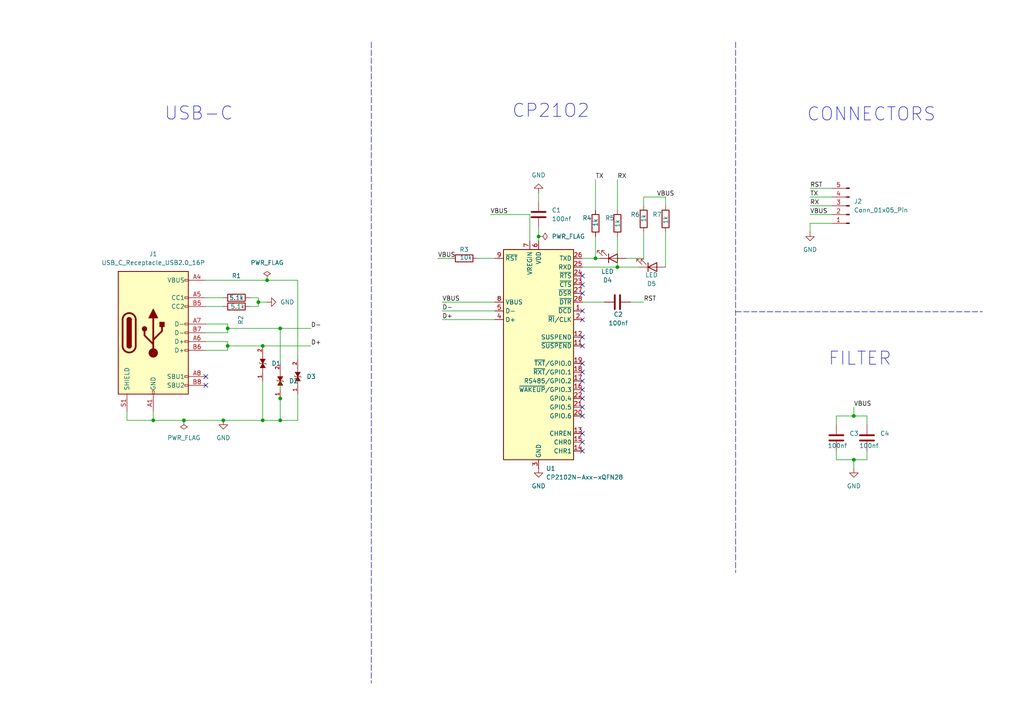
<source format=kicad_sch>
(kicad_sch (version 20250114) (generator "eeschema") (generator_version "9.0")
  (paper "A4")
  (title_block (title "USB TO UART - CP2102") (date "2025-06-22") (rev "V0"))
  (lib_symbols
    (symbol "Connector:Conn_01x05_Pin" (pin_names (offset 1.016) (hide yes))
      (property "Reference" "J" (at 0 7.62 0))
      (property "Value" "Conn_01x05_Pin" (at 0 -7.62 0))
      (symbol "Conn_01x05_Pin_1_1"
        (rectangle (start 0.8636 5.207) (end 0 4.953) (stroke (width 0.1524)) (fill (type outline)))
        (rectangle (start 0.8636 2.667) (end 0 2.413) (stroke (width 0.1524)) (fill (type outline)))
        (rectangle (start 0.8636 0.127) (end 0 -0.127) (stroke (width 0.1524)) (fill (type outline)))
        (rectangle (start 0.8636 -2.413) (end 0 -2.667) (stroke (width 0.1524)) (fill (type outline)))
        (rectangle (start 0.8636 -4.953) (end 0 -5.207) (stroke (width 0.1524)) (fill (type outline)))
        (polyline (pts (xy 1.27 5.08) (xy 0.8636 5.08)) (stroke (width 0.1524)))
        (polyline (pts (xy 1.27 2.54) (xy 0.8636 2.54)) (stroke (width 0.1524)))
        (polyline (pts (xy 1.27 0) (xy 0.8636 0)) (stroke (width 0.1524)))
        (polyline (pts (xy 1.27 -2.54) (xy 0.8636 -2.54)) (stroke (width 0.1524)))
        (polyline (pts (xy 1.27 -5.08) (xy 0.8636 -5.08)) (stroke (width 0.1524)))
        (pin passive line (at 5.08 5.08 180) (length 3.81) (name "Pin_1") (number "1"))
        (pin passive line (at 5.08 2.54 180) (length 3.81) (name "Pin_2") (number "2"))
        (pin passive line (at 5.08 0 180) (length 3.81) (name "Pin_3") (number "3"))
        (pin passive line (at 5.08 -2.54 180) (length 3.81) (name "Pin_4") (number "4"))
        (pin passive line (at 5.08 -5.08 180) (length 3.81) (name "Pin_5") (number "5"))
      )
    )
    (symbol "Connector:USB_C_Receptacle_USB2.0_16P" (pin_names (offset 1.016))
      (property "Reference" "J" (at 0 22.225 0))
      (property "Value" "USB_C_Receptacle_USB2.0_16P" (at 0 19.685 0))
      (symbol "USB_C_Receptacle_USB2.0_16P_0_0"
        (rectangle (start -0.254 -17.78) (end 0.254 -16.764))
        (rectangle (start 10.16 15.494) (end 9.144 14.986))
        (rectangle (start 10.16 10.414) (end 9.144 9.906))
        (rectangle (start 10.16 7.874) (end 9.144 7.366))
        (rectangle (start 10.16 2.794) (end 9.144 2.286))
        (rectangle (start 10.16 0.254) (end 9.144 -0.254))
        (rectangle (start 10.16 -2.286) (end 9.144 -2.794))
        (rectangle (start 10.16 -4.826) (end 9.144 -5.334))
        (rectangle (start 10.16 -12.446) (end 9.144 -12.954))
        (rectangle (start 10.16 -14.986) (end 9.144 -15.494))
      )
      (symbol "USB_C_Receptacle_USB2.0_16P_0_1"
        (rectangle (start -10.16 17.78) (end 10.16 -17.78) (stroke (width 0.254)) (fill (type background)))
        (polyline (pts (xy -8.89 -3.81) (xy -8.89 3.81)) (stroke (width 0.508)))
        (rectangle (start -7.62 -3.81) (end -6.35 3.81) (stroke (width 0.254)) (fill (type outline)))
        (arc (start -7.62 3.81) (mid -6.985 4.4423) (end -6.35 3.81) (stroke (width 0.254)))
        (arc (start -7.62 3.81) (mid -6.985 4.4423) (end -6.35 3.81) (stroke (width 0.254)) (fill (type outline)))
        (arc (start -8.89 3.81) (mid -6.985 5.7067) (end -5.08 3.81) (stroke (width 0.508)))
        (arc (start -5.08 -3.81) (mid -6.985 -5.7067) (end -8.89 -3.81) (stroke (width 0.508)))
        (arc (start -6.35 -3.81) (mid -6.985 -4.4423) (end -7.62 -3.81) (stroke (width 0.254)))
        (arc (start -6.35 -3.81) (mid -6.985 -4.4423) (end -7.62 -3.81) (stroke (width 0.254)) (fill (type outline)))
        (polyline (pts (xy -5.08 3.81) (xy -5.08 -3.81)) (stroke (width 0.508)))
        (circle (center -2.54 1.143) (radius 0.635) (stroke (width 0.254)) (fill (type outline)))
        (polyline (pts (xy -1.27 4.318) (xy 0 6.858) (xy 1.27 4.318) (xy -1.27 4.318)) (stroke (width 0.254)) (fill (type outline)))
        (polyline (pts (xy 0 -2.032) (xy 2.54 0.508) (xy 2.54 1.778)) (stroke (width 0.508)))
        (polyline (pts (xy 0 -3.302) (xy -2.54 -0.762) (xy -2.54 0.508)) (stroke (width 0.508)))
        (polyline (pts (xy 0 -5.842) (xy 0 4.318)) (stroke (width 0.508)))
        (circle (center 0 -5.842) (radius 1.27) (fill (type outline)))
        (rectangle (start 1.905 1.778) (end 3.175 3.048) (stroke (width 0.254)) (fill (type outline)))
      )
      (symbol "USB_C_Receptacle_USB2.0_16P_1_1"
        (pin passive line (at -7.62 -22.86 90) (length 5.08) (name "SHIELD") (number "S1"))
        (pin passive line (at 0 -22.86 90) (length 5.08) (name "GND") (number "A1"))
        (pin passive line (at 0 -22.86 90) (length 5.08) (hide yes) (name "GND") (number "A12"))
        (pin passive line (at 0 -22.86 90) (length 5.08) (hide yes) (name "GND") (number "B1"))
        (pin passive line (at 0 -22.86 90) (length 5.08) (hide yes) (name "GND") (number "B12"))
        (pin passive line (at 15.24 15.24 180) (length 5.08) (name "VBUS") (number "A4"))
        (pin passive line (at 15.24 15.24 180) (length 5.08) (hide yes) (name "VBUS") (number "A9"))
        (pin passive line (at 15.24 15.24 180) (length 5.08) (hide yes) (name "VBUS") (number "B4"))
        (pin passive line (at 15.24 15.24 180) (length 5.08) (hide yes) (name "VBUS") (number "B9"))
        (pin bidirectional line (at 15.24 10.16 180) (length 5.08) (name "CC1") (number "A5"))
        (pin bidirectional line (at 15.24 7.62 180) (length 5.08) (name "CC2") (number "B5"))
        (pin bidirectional line (at 15.24 2.54 180) (length 5.08) (name "D-") (number "A7"))
        (pin bidirectional line (at 15.24 0 180) (length 5.08) (name "D-") (number "B7"))
        (pin bidirectional line (at 15.24 -2.54 180) (length 5.08) (name "D+") (number "A6"))
        (pin bidirectional line (at 15.24 -5.08 180) (length 5.08) (name "D+") (number "B6"))
        (pin bidirectional line (at 15.24 -12.7 180) (length 5.08) (name "SBU1") (number "A8"))
        (pin bidirectional line (at 15.24 -15.24 180) (length 5.08) (name "SBU2") (number "B8"))
      )
    )
    (symbol "Device:C" (pin_numbers (hide yes)) (pin_names (offset 0.254))
      (property "Reference" "C" (at 0.635 2.54 0))
      (property "Value" "C" (at 0.635 -2.54 0))
      (symbol "C_0_1"
        (polyline (pts (xy -2.032 0.762) (xy 2.032 0.762)) (stroke (width 0.508)))
        (polyline (pts (xy -2.032 -0.762) (xy 2.032 -0.762)) (stroke (width 0.508)))
      )
      (symbol "C_1_1"
        (pin passive line (at 0 3.81 270) (length 2.794) (name "~") (number "1"))
        (pin passive line (at 0 -3.81 90) (length 2.794) (name "~") (number "2"))
      )
    )
    (symbol "Device:LED" (pin_numbers (hide yes)) (pin_names (offset 1.016) (hide yes))
      (property "Reference" "D" (at 0 2.54 0))
      (property "Value" "LED" (at 0 -2.54 0))
      (symbol "LED_0_1"
        (polyline (pts (xy -3.048 -0.762) (xy -4.572 -2.286) (xy -3.81 -2.286) (xy -4.572 -2.286) (xy -4.572 -1.524)))
        (polyline (pts (xy -1.778 -0.762) (xy -3.302 -2.286) (xy -2.54 -2.286) (xy -3.302 -2.286) (xy -3.302 -1.524)))
        (polyline (pts (xy -1.27 0) (xy 1.27 0)))
        (polyline (pts (xy -1.27 -1.27) (xy -1.27 1.27)) (stroke (width 0.254)))
        (polyline (pts (xy 1.27 -1.27) (xy 1.27 1.27) (xy -1.27 0) (xy 1.27 -1.27)) (stroke (width 0.254)))
      )
      (symbol "LED_1_1"
        (pin passive line (at -3.81 0 0) (length 2.54) (name "K") (number "1"))
        (pin passive line (at 3.81 0 180) (length 2.54) (name "A") (number "2"))
      )
    )
    (symbol "Device:R" (pin_numbers (hide yes)) (pin_names (offset 0))
      (property "Reference" "R" (at 2.032 0 90))
      (property "Value" "R" (at 0 0 90))
      (symbol "R_0_1"
        (rectangle (start -1.016 -2.54) (end 1.016 2.54) (stroke (width 0.254)))
      )
      (symbol "R_1_1"
        (pin passive line (at 0 3.81 270) (length 1.27) (name "~") (number "1"))
        (pin passive line (at 0 -3.81 90) (length 1.27) (name "~") (number "2"))
      )
    )
    (symbol "Interface_USB:CP2102N-Axx-xQFN28"
      (property "Reference" "U" (at -8.89 31.75 0))
      (property "Value" "CP2102N-Axx-xQFN28" (at 12.7 31.75 0))
      (symbol "CP2102N-Axx-xQFN28_0_1"
        (rectangle (start -10.16 30.48) (end 10.16 -30.48) (stroke (width 0.254)) (fill (type background)))
      )
      (symbol "CP2102N-Axx-xQFN28_1_1"
        (pin input line (at -12.7 27.94 0) (length 2.54) (name "~{RST}") (number "9"))
        (pin input line (at -12.7 15.24 0) (length 2.54) (name "VBUS") (number "8"))
        (pin bidirectional line (at -12.7 12.7 0) (length 2.54) (name "D-") (number "5"))
        (pin bidirectional line (at -12.7 10.16 0) (length 2.54) (name "D+") (number "4"))
        (pin no_connect line (at -10.16 -27.94 0) (length 2.54) (hide yes) (name "NC") (number "10"))
        (pin power_in line (at -2.54 33.02 270) (length 2.54) (name "VREGIN") (number "7"))
        (pin power_in line (at 0 33.02 270) (length 2.54) (name "VDD") (number "6"))
        (pin passive line (at 0 -33.02 90) (length 2.54) (hide yes) (name "GND") (number "29"))
        (pin power_in line (at 0 -33.02 90) (length 2.54) (name "GND") (number "3"))
        (pin output line (at 12.7 27.94 180) (length 2.54) (name "TXD") (number "26"))
        (pin input line (at 12.7 25.4 180) (length 2.54) (name "RXD") (number "25"))
        (pin output line (at 12.7 22.86 180) (length 2.54) (name "~{RTS}") (number "24"))
        (pin input line (at 12.7 20.32 180) (length 2.54) (name "~{CTS}") (number "23"))
        (pin input line (at 12.7 17.78 180) (length 2.54) (name "~{DSR}") (number "27"))
        (pin output line (at 12.7 15.24 180) (length 2.54) (name "~{DTR}") (number "28"))
        (pin input line (at 12.7 12.7 180) (length 2.54) (name "~{DCD}") (number "1"))
        (pin bidirectional line (at 12.7 10.16 180) (length 2.54) (name "~{RI}/CLK") (number "2"))
        (pin output line (at 12.7 5.08 180) (length 2.54) (name "SUSPEND") (number "12"))
        (pin output line (at 12.7 2.54 180) (length 2.54) (name "~{SUSPEND}") (number "11"))
        (pin bidirectional line (at 12.7 -2.54 180) (length 2.54) (name "~{TXT}/GPIO.0") (number "19"))
        (pin bidirectional line (at 12.7 -5.08 180) (length 2.54) (name "~{RXT}/GPIO.1") (number "18"))
        (pin bidirectional line (at 12.7 -7.62 180) (length 2.54) (name "RS485/GPIO.2") (number "17"))
        (pin bidirectional line (at 12.7 -10.16 180) (length 2.54) (name "~{WAKEUP}/GPIO.3") (number "16"))
        (pin bidirectional line (at 12.7 -12.7 180) (length 2.54) (name "GPIO.4") (number "22"))
        (pin bidirectional line (at 12.7 -15.24 180) (length 2.54) (name "GPIO.5") (number "21"))
        (pin bidirectional line (at 12.7 -17.78 180) (length 2.54) (name "GPIO.6") (number "20"))
        (pin output line (at 12.7 -22.86 180) (length 2.54) (name "CHREN") (number "13"))
        (pin output line (at 12.7 -25.4 180) (length 2.54) (name "CHR0") (number "15"))
        (pin output line (at 12.7 -27.94 180) (length 2.54) (name "CHR1") (number "14"))
      )
    )
    (symbol "LESD5D5.0CT1G:LESD5D5.0CT1G" (pin_names (offset 1.016))
      (property "Reference" "D" (at -5.08 2.54 0))
      (property "Value" "LESD5D5.0CT1G" (at -5.08 -5.08 0))
      (symbol "LESD5D5.0CT1G_0_0"
        (polyline (pts (xy -1.27 0) (xy -2.54 0)) (stroke (width 0.1524)))
        (polyline (pts (xy 0 0.762) (xy 0.254 1.016)) (stroke (width 0.1524)))
        (polyline (pts (xy 0 0) (xy -1.27 -0.762) (xy -1.27 0.762) (xy 0 0)) (stroke (width 0.1524)) (fill (type outline)))
        (polyline (pts (xy 0 0) (xy 1.27 0.762) (xy 1.27 -0.762) (xy 0 0)) (stroke (width 0.1524)) (fill (type outline)))
        (polyline (pts (xy 0 -0.762) (xy -0.254 -1.016)) (stroke (width 0.1524)))
        (polyline (pts (xy 0 -0.762) (xy 0 0.762)) (stroke (width 0.1524)))
        (polyline (pts (xy 1.27 0) (xy 2.54 0)) (stroke (width 0.1524)))
        (pin passive line (at -5.08 0 0) (length 2.54) (name "~") (number "1"))
        (pin passive line (at 5.08 0 180) (length 2.54) (name "~") (number "2"))
      )
    )
    (symbol "power:GND" (power) (pin_numbers (hide yes)) (pin_names (offset 0) (hide yes))
      (property "Value" "GND" (at 0 -3.81 0))
      (symbol "GND_0_1"
        (polyline (pts (xy 0 0) (xy 0 -1.27) (xy 1.27 -1.27) (xy 0 -2.54) (xy -1.27 -1.27) (xy 0 -1.27)))
      )
      (symbol "GND_1_1"
        (pin power_in line (at 0 0 270) (length 0) (name "~") (number "1"))
      )
    )
    (symbol "power:PWR_FLAG" (power) (pin_numbers (hide yes)) (pin_names (offset 0) (hide yes))
      (property "Value" "PWR_FLAG" (at 0 3.81 0))
      (symbol "PWR_FLAG_0_0"
        (pin power_out line (at 0 0 90) (length 0) (name "~") (number "1"))
      )
      (symbol "PWR_FLAG_0_1"
        (polyline (pts (xy 0 0) (xy 0 1.27) (xy -1.016 1.905) (xy 0 2.54) (xy 1.016 1.905) (xy 0 1.27)))
      )
    )
  )
  (text "FILTER\n" (at 249.428 104.14 0) (effects (font (size 3.81 3.81))))
  (text "CONNECTORS\n" (at 252.73 33.274 0) (effects (font (size 3.81 3.81))))
  (text "CP21O2" (at 159.766 32.258 0) (effects (font (size 3.81 3.81))))
  (text "USB-C\n" (at 57.658 33.02 0) (effects (font (size 3.81 3.81))))
  (junction (at 44.45 121.92))
  (junction (at 66.04 100.33))
  (junction (at 247.65 133.35))
  (junction (at 64.77 121.92))
  (junction (at 81.28 95.25))
  (junction (at 156.21 68.58))
  (junction (at 81.28 121.92))
  (junction (at 74.93 87.63))
  (junction (at 81.28 115.57))
  (junction (at 76.2 121.92))
  (junction (at 179.07 77.47))
  (junction (at 247.65 120.65))
  (junction (at 53.34 121.92))
  (junction (at 76.2 100.33))
  (junction (at 66.04 95.25))
  (junction (at 77.47 81.28))
  (junction (at 172.72 74.93))
  (no_connect (at 168.91 82.55))
  (no_connect (at 168.91 113.03))
  (no_connect (at 168.91 120.65))
  (no_connect (at 168.91 92.71))
  (no_connect (at 168.91 90.17))
  (no_connect (at 168.91 115.57))
  (no_connect (at 168.91 80.01))
  (no_connect (at 168.91 125.73))
  (no_connect (at 168.91 105.41))
  (no_connect (at 168.91 97.79))
  (no_connect (at 168.91 128.27))
  (no_connect (at 168.91 107.95))
  (no_connect (at 168.91 85.09))
  (no_connect (at 168.91 118.11))
  (no_connect (at 168.91 100.33))
  (no_connect (at 59.69 109.22))
  (no_connect (at 168.91 110.49))
  (no_connect (at 59.69 111.76))
  (no_connect (at 168.91 130.81))
  (wire (pts (xy 66.04 100.33) (xy 66.04 101.6)))
  (wire (pts (xy 234.95 64.77) (xy 241.3 64.77)))
  (wire (pts (xy 59.69 93.98) (xy 66.04 93.98)))
  (wire (pts (xy 66.04 99.06) (xy 66.04 100.33)))
  (wire (pts (xy 172.72 68.58) (xy 172.72 74.93)))
  (wire (pts (xy 53.34 121.92) (xy 44.45 121.92)))
  (wire (pts (xy 186.69 59.69) (xy 186.69 57.15)))
  (wire (pts (xy 64.77 121.92) (xy 53.34 121.92)))
  (wire (pts (xy 81.28 95.25) (xy 90.17 95.25)))
  (wire (pts (xy 142.24 62.23) (xy 153.67 62.23)))
  (wire (pts (xy 156.21 55.88) (xy 156.21 58.42)))
  (wire (pts (xy 242.57 123.19) (xy 242.57 120.65)))
  (wire (pts (xy 247.65 120.65) (xy 251.46 120.65)))
  (wire (pts (xy 81.28 95.25) (xy 81.28 105.41)))
  (wire (pts (xy 59.69 88.9) (xy 64.77 88.9)))
  (wire (pts (xy 86.36 81.28) (xy 86.36 104.14)))
  (wire (pts (xy 186.69 57.15) (xy 193.04 57.15)))
  (wire (pts (xy 193.04 67.31) (xy 193.04 77.47)))
  (wire (pts (xy 77.47 81.28) (xy 59.69 81.28)))
  (wire (pts (xy 81.28 115.57) (xy 81.28 121.92)))
  (wire (pts (xy 36.83 119.38) (xy 36.83 121.92)))
  (wire (pts (xy 168.91 77.47) (xy 179.07 77.47)))
  (wire (pts (xy 66.04 95.25) (xy 66.04 96.52)))
  (wire (pts (xy 59.69 99.06) (xy 66.04 99.06)))
  (wire (pts (xy 172.72 52.07) (xy 172.72 60.96)))
  (wire (pts (xy 168.91 87.63) (xy 175.26 87.63)))
  (wire (pts (xy 66.04 93.98) (xy 66.04 95.25)))
  (wire (pts (xy 234.95 59.69) (xy 241.3 59.69)))
  (wire (pts (xy 234.95 54.61) (xy 241.3 54.61)))
  (wire (pts (xy 251.46 120.65) (xy 251.46 123.19)))
  (wire (pts (xy 86.36 114.3) (xy 86.36 121.92)))
  (wire (pts (xy 59.69 86.36) (xy 64.77 86.36)))
  (wire (pts (xy 74.93 88.9) (xy 72.39 88.9)))
  (wire (pts (xy 74.93 86.36) (xy 74.93 87.63)))
  (wire (pts (xy 179.07 52.07) (xy 179.07 60.96)))
  (wire (pts (xy 242.57 133.35) (xy 242.57 130.81)))
  (wire (pts (xy 234.95 57.15) (xy 241.3 57.15)))
  (wire (pts (xy 182.88 87.63) (xy 186.69 87.63)))
  (wire (pts (xy 127 74.93) (xy 130.81 74.93)))
  (wire (pts (xy 72.39 86.36) (xy 74.93 86.36)))
  (wire (pts (xy 247.65 133.35) (xy 242.57 133.35)))
  (wire (pts (xy 36.83 121.92) (xy 44.45 121.92)))
  (wire (pts (xy 44.45 121.92) (xy 44.45 119.38)))
  (wire (pts (xy 66.04 101.6) (xy 59.69 101.6)))
  (wire (pts (xy 76.2 110.49) (xy 76.2 121.92)))
  (wire (pts (xy 74.93 87.63) (xy 77.47 87.63)))
  (wire (pts (xy 186.69 67.31) (xy 186.69 74.93)))
  (wire (pts (xy 128.27 87.63) (xy 143.51 87.63)))
  (wire (pts (xy 242.57 120.65) (xy 247.65 120.65)))
  (wire (pts (xy 76.2 121.92) (xy 64.77 121.92)))
  (wire (pts (xy 66.04 95.25) (xy 81.28 95.25)))
  (wire (pts (xy 156.21 68.58) (xy 156.21 69.85)))
  (wire (pts (xy 81.28 121.92) (xy 76.2 121.92)))
  (wire (pts (xy 138.43 74.93) (xy 143.51 74.93)))
  (wire (pts (xy 179.07 77.47) (xy 185.42 77.47)))
  (wire (pts (xy 181.61 74.93) (xy 186.69 74.93)))
  (wire (pts (xy 86.36 81.28) (xy 77.47 81.28)))
  (polyline (pts (xy 107.696 12.192) (xy 107.696 198.12)) (stroke (width 0) (type dash)))
  (wire (pts (xy 251.46 130.81) (xy 251.46 133.35)))
  (wire (pts (xy 156.21 66.04) (xy 156.21 68.58)))
  (wire (pts (xy 86.36 121.92) (xy 81.28 121.92)))
  (wire (pts (xy 179.07 68.58) (xy 179.07 77.47)))
  (wire (pts (xy 66.04 96.52) (xy 59.69 96.52)))
  (wire (pts (xy 172.72 74.93) (xy 173.99 74.93)))
  (polyline (pts (xy 213.36 90.424) (xy 284.988 90.424)) (stroke (width 0) (type dash)))
  (wire (pts (xy 168.91 74.93) (xy 172.72 74.93)))
  (wire (pts (xy 193.04 57.15) (xy 193.04 59.69)))
  (wire (pts (xy 247.65 118.11) (xy 247.65 120.65)))
  (wire (pts (xy 128.27 92.71) (xy 143.51 92.71)))
  (wire (pts (xy 74.93 87.63) (xy 74.93 88.9)))
  (wire (pts (xy 234.95 62.23) (xy 241.3 62.23)))
  (wire (pts (xy 81.28 110.49) (xy 81.28 115.57)))
  (polyline (pts (xy 213.36 12.192) (xy 213.36 166.116)) (stroke (width 0) (type dash)))
  (wire (pts (xy 66.04 100.33) (xy 76.2 100.33)))
  (wire (pts (xy 251.46 133.35) (xy 247.65 133.35)))
  (wire (pts (xy 234.95 64.77) (xy 234.95 67.31)))
  (wire (pts (xy 153.67 69.85) (xy 153.67 62.23)))
  (wire (pts (xy 76.2 100.33) (xy 90.17 100.33)))
  (wire (pts (xy 247.65 133.35) (xy 247.65 135.89)))
  (wire (pts (xy 128.27 90.17) (xy 143.51 90.17)))
  (label "VBUS" (at 127 74.93 0))
  (label "RX" (at 234.95 59.69 0))
  (label "D+" (at 90.17 100.33 0))
  (label "D-" (at 90.17 95.25 0))
  (label "TX" (at 234.95 57.15 0))
  (label "RST" (at 234.95 54.61 0))
  (label "RX" (at 179.07 52.07 0))
  (label "D-" (at 128.27 90.17 0))
  (label "VBUS" (at 142.24 62.23 0))
  (label "VBUS" (at 247.65 118.11 0))
  (label "D+" (at 128.27 92.71 0))
  (label "TX" (at 172.72 52.07 0))
  (label "VBUS" (at 190.5 57.15 0))
  (label "RST" (at 186.69 87.63 0))
  (label "VBUS" (at 128.27 87.63 0))
  (label "VBUS" (at 234.95 62.23 0))
  (symbol (lib_id "Device:C") (at 179.07 87.63 90) (unit 1)
    (property "Reference" "C2" (at 179.324 91.186 90))
    (property "Value" "100nf" (at 179.324 93.726 90))
    (property "Footprint" "Capacitor_SMD:C_0201_0603Metric" (effects (hide yes)))
    (property "Description" "Unpolarized capacitor" (effects (hide yes)))
  )
  (symbol (lib_id "power:GND") (at 64.77 121.92 0) (unit 1)
    (property "Reference" "#PWR01" (effects (hide yes)))
    (property "Value" "GND" (at 64.77 127 0))
    (property "Description" "Power symbol creates a global label with name \"GND\" , ground" (effects (hide yes)))
  )
  (symbol (lib_id "Connector:USB_C_Receptacle_USB2.0_16P") (at 44.45 96.52 0) (unit 1)
    (property "Reference" "J1" (at 44.45 73.66 0))
    (property "Value" "USB_C_Receptacle_USB2.0_16P" (at 44.45 76.2 0))
    (property "Footprint" "Connector_USB:USB_C_Receptacle_HRO_TYPE-C-31-M-12" (effects (hide yes)))
    (property "Datasheet" "https://www.usb.org/sites/default/files/documents/usb_type-c.zip" (effects (hide yes)))
    (property "Description" "USB 2.0-only 16P Type-C Receptacle connector" (effects (hide yes)))
  )
  (symbol (lib_id "power:PWR_FLAG") (at 77.47 81.28 0) (unit 1)
    (property "Reference" "#FLG02" (effects (hide yes)))
    (property "Value" "PWR_FLAG" (at 77.47 76.2 0))
    (property "Description" "Special symbol for telling ERC where power comes from" (effects (hide yes)))
  )
  (symbol (lib_id "power:PWR_FLAG") (at 53.34 121.92 180) (unit 1)
    (property "Reference" "#FLG01" (effects (hide yes)))
    (property "Value" "PWR_FLAG" (at 53.34 127 0))
    (property "Description" "Special symbol for telling ERC where power comes from" (effects (hide yes)))
  )
  (symbol (lib_id "power:GND") (at 247.65 135.89 0) (unit 1)
    (property "Reference" "#PWR06" (effects (hide yes)))
    (property "Value" "GND" (at 247.65 140.97 0))
    (property "Description" "Power symbol creates a global label with name \"GND\" , ground" (effects (hide yes)))
  )
  (symbol (lib_id "Device:C") (at 242.57 127 0) (unit 1)
    (property "Reference" "C3" (at 246.38 125.7299 0) (effects (justify left)))
    (property "Value" "100nf" (at 240.03 129.286 0) (effects (justify left)))
    (property "Footprint" "Capacitor_SMD:C_0201_0603Metric" (effects (hide yes)))
    (property "Description" "Unpolarized capacitor" (effects (hide yes)))
  )
  (symbol (lib_id "Device:R") (at 134.62 74.93 90) (unit 1)
    (property "Reference" "R3" (at 134.62 72.39 90))
    (property "Value" "10k" (at 135.128 74.676 90))
    (property "Footprint" "Resistor_SMD:R_0201_0603Metric" (effects (hide yes)))
    (property "Description" "Resistor" (effects (hide yes)))
  )
  (symbol (lib_id "Connector:Conn_01x05_Pin") (at 246.38 59.69 180) (unit 1)
    (property "Reference" "J2" (at 247.65 58.4199 0) (effects (justify right)))
    (property "Value" "Conn_01x05_Pin" (at 247.65 60.9599 0) (effects (justify right)))
    (property "Footprint" "Connector_PinHeader_2.54mm:PinHeader_1x05_P2.54mm_Horizontal" (effects (hide yes)))
    (property "Description" "Generic connector, single row, 01x05, script generated" (effects (hide yes)))
  )
  (symbol (lib_id "Device:R") (at 193.04 63.5 0) (unit 1)
    (property "Reference" "R7" (at 189.23 62.23 0) (effects (justify left)))
    (property "Value" "1k" (at 193.04 65.024 90) (effects (justify left)))
    (property "Footprint" "Resistor_SMD:R_0201_0603Metric" (effects (hide yes)))
    (property "Description" "Resistor" (effects (hide yes)))
  )
  (symbol (lib_id "power:GND") (at 234.95 67.31 0) (unit 1)
    (property "Reference" "#PWR05" (effects (hide yes)))
    (property "Value" "GND" (at 234.95 72.39 0))
    (property "Description" "Power symbol creates a global label with name \"GND\" , ground" (effects (hide yes)))
  )
  (symbol (lib_id "Device:LED") (at 177.8 74.93 0) (mirror x) (unit 1)
    (property "Reference" "D4" (at 176.2125 81.28 0))
    (property "Value" "LED" (at 176.2125 78.74 0))
    (property "Footprint" "LED_SMD:LED_0201_0603Metric" (effects (hide yes)))
    (property "Description" "Light emitting diode" (effects (hide yes)))
    (property "Sim.Pins" "1=K 2=A" (effects (hide yes)))
  )
  (symbol (lib_id "power:GND") (at 156.21 135.89 0) (unit 1)
    (property "Reference" "#PWR04" (effects (hide yes)))
    (property "Value" "GND" (at 156.21 140.97 0))
    (property "Description" "Power symbol creates a global label with name \"GND\" , ground" (effects (hide yes)))
  )
  (symbol (lib_id "LESD5D5.0CT1G:LESD5D5.0CT1G") (at 86.36 109.22 90) (unit 1)
    (property "Reference" "D3" (at 88.9 109.2199 90) (effects (justify right)))
    (property "Value" "LESD5D5.0CT1G" (effects (hide yes)))
    (property "Footprint" "LESD5D5.0CT1G:TVS_LESD5D5.0CT1G" (effects (hide yes)))
    (property "MF" "Leshan Radio Co." (effects (hide yes)))
    (property "MAXIMUM_PACKAGE_HEIGHT" "0.7 mm" (effects (hide yes)))
    (property "Package" "None" (effects (hide yes)))
    (property "Price" "None" (effects (hide yes)))
    (property "Check_prices" "https://www.snapeda.com/parts/LESD5D5.0CT1G/Leshan+Radio/view-part/?ref=eda" (effects (hide yes)))
    (property "STANDARD" "Manufacturer Recommendations" (effects (hide yes)))
    (property "PARTREV" "O" (effects (hide yes)))
    (property "SnapEDA_Link" "https://www.snapeda.com/parts/LESD5D5.0CT1G/Leshan+Radio/view-part/?ref=snap" (effects (hide yes)))
    (property "MP" "LESD5D5.0CT1G" (effects (hide yes)))
    (property "Description_1" "Transient Voltage Suppressors for ESD Protection" (effects (hide yes)))
    (property "Availability" "In Stock" (effects (hide yes)))
    (property "MANUFACTURER" "LRC" (effects (hide yes)))
  )
  (symbol (lib_id "Device:C") (at 156.21 62.23 0) (unit 1)
    (property "Reference" "C1" (at 160.02 60.9599 0) (effects (justify left)))
    (property "Value" "100nf" (at 160.02 63.4999 0) (effects (justify left)))
    (property "Footprint" "Capacitor_SMD:C_0201_0603Metric" (effects (hide yes)))
    (property "Description" "Unpolarized capacitor" (effects (hide yes)))
  )
  (symbol (lib_id "LESD5D5.0CT1G:LESD5D5.0CT1G") (at 81.28 110.49 90) (unit 1)
    (property "Reference" "D2" (at 83.82 110.4899 90) (effects (justify right)))
    (property "Value" "LESD5D5.0CT1G" (effects (hide yes)))
    (property "Footprint" "LESD5D5.0CT1G:TVS_LESD5D5.0CT1G" (effects (hide yes)))
    (property "MF" "Leshan Radio Co." (effects (hide yes)))
    (property "MAXIMUM_PACKAGE_HEIGHT" "0.7 mm" (effects (hide yes)))
    (property "Package" "None" (effects (hide yes)))
    (property "Price" "None" (effects (hide yes)))
    (property "Check_prices" "https://www.snapeda.com/parts/LESD5D5.0CT1G/Leshan+Radio/view-part/?ref=eda" (effects (hide yes)))
    (property "STANDARD" "Manufacturer Recommendations" (effects (hide yes)))
    (property "PARTREV" "O" (effects (hide yes)))
    (property "SnapEDA_Link" "https://www.snapeda.com/parts/LESD5D5.0CT1G/Leshan+Radio/view-part/?ref=snap" (effects (hide yes)))
    (property "MP" "LESD5D5.0CT1G" (effects (hide yes)))
    (property "Description_1" "Transient Voltage Suppressors for ESD Protection" (effects (hide yes)))
    (property "Availability" "In Stock" (effects (hide yes)))
    (property "MANUFACTURER" "LRC" (effects (hide yes)))
  )
  (symbol (lib_id "Device:R") (at 172.72 64.77 0) (unit 1)
    (property "Reference" "R4" (at 168.91 63.246 0) (effects (justify left)))
    (property "Value" "1k" (at 172.72 65.786 90) (effects (justify left)))
    (property "Footprint" "Resistor_SMD:R_0201_0603Metric" (effects (hide yes)))
    (property "Description" "Resistor" (effects (hide yes)))
  )
  (symbol (lib_id "Device:LED") (at 189.23 77.47 0) (mirror x) (unit 1)
    (property "Reference" "D5" (at 188.976 82.296 0))
    (property "Value" "LED" (at 188.976 79.756 0))
    (property "Footprint" "LED_SMD:LED_0201_0603Metric" (effects (hide yes)))
    (property "Description" "Light emitting diode" (effects (hide yes)))
    (property "Sim.Pins" "1=K 2=A" (effects (hide yes)))
  )
  (symbol (lib_id "Device:R") (at 68.58 88.9 270) (unit 1)
    (property "Reference" "R2" (at 69.8501 91.44 0) (effects (justify left)))
    (property "Value" "5.1k" (at 66.802 88.9 90) (effects (justify left)))
    (property "Footprint" "Resistor_SMD:R_0201_0603Metric" (effects (hide yes)))
    (property "Description" "Resistor" (effects (hide yes)))
  )
  (symbol (lib_id "power:GND") (at 77.47 87.63 90) (unit 1)
    (property "Reference" "#PWR02" (effects (hide yes)))
    (property "Value" "GND" (at 81.28 87.6299 90) (effects (justify right)))
    (property "Description" "Power symbol creates a global label with name \"GND\" , ground" (effects (hide yes)))
  )
  (symbol (lib_id "LESD5D5.0CT1G:LESD5D5.0CT1G") (at 76.2 105.41 90) (unit 1)
    (property "Reference" "D1" (at 78.74 105.4099 90) (effects (justify right)))
    (property "Value" "LESD5D5.0CT1G" (effects (hide yes)))
    (property "Footprint" "LESD5D5.0CT1G:TVS_LESD5D5.0CT1G" (effects (hide yes)))
    (property "MF" "Leshan Radio Co." (effects (hide yes)))
    (property "MAXIMUM_PACKAGE_HEIGHT" "0.7 mm" (effects (hide yes)))
    (property "Package" "None" (effects (hide yes)))
    (property "Price" "None" (effects (hide yes)))
    (property "Check_prices" "https://www.snapeda.com/parts/LESD5D5.0CT1G/Leshan+Radio/view-part/?ref=eda" (effects (hide yes)))
    (property "STANDARD" "Manufacturer Recommendations" (effects (hide yes)))
    (property "PARTREV" "O" (effects (hide yes)))
    (property "SnapEDA_Link" "https://www.snapeda.com/parts/LESD5D5.0CT1G/Leshan+Radio/view-part/?ref=snap" (effects (hide yes)))
    (property "MP" "LESD5D5.0CT1G" (effects (hide yes)))
    (property "Description_1" "Transient Voltage Suppressors for ESD Protection" (effects (hide yes)))
    (property "Availability" "In Stock" (effects (hide yes)))
    (property "MANUFACTURER" "LRC" (effects (hide yes)))
  )
  (symbol (lib_id "Device:R") (at 68.58 86.36 90) (unit 1)
    (property "Reference" "R1" (at 68.58 80.01 90))
    (property "Value" "5.1k" (at 68.58 86.36 90))
    (property "Footprint" "Resistor_SMD:R_0201_0603Metric" (effects (hide yes)))
    (property "Description" "Resistor" (effects (hide yes)))
  )
  (symbol (lib_id "power:PWR_FLAG") (at 156.21 68.58 270) (unit 1)
    (property "Reference" "#FLG03" (effects (hide yes)))
    (property "Value" "PWR_FLAG" (at 160.02 68.5799 90) (effects (justify left)))
    (property "Description" "Special symbol for telling ERC where power comes from" (effects (hide yes)))
  )
  (symbol (lib_id "power:GND") (at 156.21 55.88 180) (unit 1)
    (property "Reference" "#PWR03" (effects (hide yes)))
    (property "Value" "GND" (at 156.21 50.8 0))
    (property "Description" "Power symbol creates a global label with name \"GND\" , ground" (effects (hide yes)))
  )
  (symbol (lib_id "Device:R") (at 179.07 64.77 0) (unit 1)
    (property "Reference" "R5" (at 175.514 63.246 0) (effects (justify left)))
    (property "Value" "1k" (at 179.07 66.04 90) (effects (justify left)))
    (property "Footprint" "Resistor_SMD:R_0201_0603Metric" (effects (hide yes)))
    (property "Description" "Resistor" (effects (hide yes)))
  )
  (symbol (lib_id "Device:C") (at 251.46 127 0) (unit 1)
    (property "Reference" "C4" (at 255.27 125.7299 0) (effects (justify left)))
    (property "Value" "100nf" (at 249.174 129.286 0) (effects (justify left)))
    (property "Footprint" "Capacitor_SMD:C_0201_0603Metric" (effects (hide yes)))
    (property "Description" "Unpolarized capacitor" (effects (hide yes)))
  )
  (symbol (lib_id "Device:R") (at 186.69 63.5 0) (unit 1)
    (property "Reference" "R6" (at 182.88 62.23 0) (effects (justify left)))
    (property "Value" "1k" (at 186.69 64.516 90) (effects (justify left)))
    (property "Footprint" "Resistor_SMD:R_0201_0603Metric" (effects (hide yes)))
    (property "Description" "Resistor" (effects (hide yes)))
  )
  (symbol (lib_id "Interface_USB:CP2102N-Axx-xQFN28") (at 156.21 102.87 0) (unit 1)
    (property "Reference" "U1" (at 158.3533 135.89 0) (effects (justify left)))
    (property "Value" "CP2102N-Axx-xQFN28" (at 158.3533 138.43 0) (effects (justify left)))
    (property "Footprint" "Package_DFN_QFN:QFN-28-1EP_5x5mm_P0.5mm_EP3.35x3.35mm" (effects (hide yes)))
    (property "Datasheet" "https://www.silabs.com/documents/public/data-sheets/cp2102n-datasheet.pdf" (effects (hide yes)))
    (property "Description" "USB to UART master bridge, QFN-28" (effects (hide yes)))
  )
)
</source>
